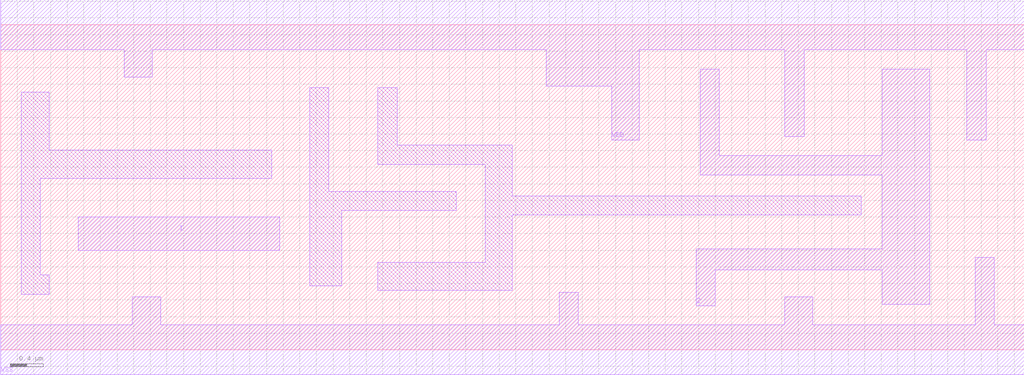
<source format=lef>
# Copyright 2022 GlobalFoundries PDK Authors
#
# Licensed under the Apache License, Version 2.0 (the "License");
# you may not use this file except in compliance with the License.
# You may obtain a copy of the License at
#
#      http://www.apache.org/licenses/LICENSE-2.0
#
# Unless required by applicable law or agreed to in writing, software
# distributed under the License is distributed on an "AS IS" BASIS,
# WITHOUT WARRANTIES OR CONDITIONS OF ANY KIND, either express or implied.
# See the License for the specific language governing permissions and
# limitations under the License.

MACRO gf180mcu_fd_sc_mcu7t5v0__dlyb_4
  CLASS core ;
  FOREIGN gf180mcu_fd_sc_mcu7t5v0__dlyb_4 0.0 0.0 ;
  ORIGIN 0 0 ;
  SYMMETRY X Y ;
  SITE GF018hv5v_mcu_sc7 ;
  SIZE 12.32 BY 3.92 ;
  PIN I
    DIRECTION INPUT ;
    ANTENNAGATEAREA 0.396 ;
    PORT
      LAYER Metal1 ;
        POLYGON 0.93 1.2 3.36 1.2 3.36 1.6 0.93 1.6  ;
    END
  END I
  PIN Z
    DIRECTION OUTPUT ;
    ANTENNADIFFAREA 2.3046 ;
    PORT
      LAYER Metal1 ;
        POLYGON 8.42 2.105 10.36 2.105 10.61 2.105 10.61 1.215 8.37 1.215 8.37 0.53 8.6 0.53 8.6 0.96 10.61 0.96 10.61 0.55 11.18 0.55 11.18 3.38 10.61 3.38 10.61 2.34 10.36 2.34 8.65 2.34 8.65 3.38 8.42 3.38  ;
    END
  END Z
  PIN VDD
    DIRECTION INOUT ;
    USE power ;
    SHAPE ABUTMENT ;
    PORT
      LAYER Metal1 ;
        POLYGON 0 3.62 1.485 3.62 1.485 3.285 1.825 3.285 1.825 3.62 3.265 3.62 6.565 3.62 6.565 3.175 7.355 3.175 7.355 2.53 7.685 2.53 7.685 3.62 9.44 3.62 9.44 2.57 9.67 2.57 9.67 3.62 10.36 3.62 11.63 3.62 11.63 2.53 11.86 2.53 11.86 3.62 12.32 3.62 12.32 4.22 10.36 4.22 3.265 4.22 0 4.22  ;
    END
  END VDD
  PIN VSS
    DIRECTION INOUT ;
    USE ground ;
    SHAPE ABUTMENT ;
    PORT
      LAYER Metal1 ;
        POLYGON 0 -0.3 12.32 -0.3 12.32 0.3 11.96 0.3 11.96 1.115 11.73 1.115 11.73 0.3 9.775 0.3 9.775 0.635 9.435 0.635 9.435 0.3 6.95 0.3 6.95 0.69 6.72 0.69 6.72 0.3 1.925 0.3 1.925 0.635 1.585 0.635 1.585 0.3 0 0.3  ;
    END
  END VSS
  OBS
      LAYER Metal1 ;
        POLYGON 0.475 2.065 3.265 2.065 3.265 2.405 0.585 2.405 0.585 3.105 0.245 3.105 0.245 0.67 0.585 0.67 0.585 0.9 0.475 0.9  ;
        POLYGON 3.72 0.77 4.105 0.77 4.105 1.68 5.485 1.68 5.485 1.91 3.95 1.91 3.95 3.16 3.72 3.16  ;
        POLYGON 4.54 2.235 5.835 2.235 5.835 1.055 4.54 1.055 4.54 0.715 6.155 0.715 6.155 1.625 10.36 1.625 10.36 1.855 6.155 1.855 6.155 2.465 4.77 2.465 4.77 3.16 4.54 3.16  ;
  END
END gf180mcu_fd_sc_mcu7t5v0__dlyb_4

</source>
